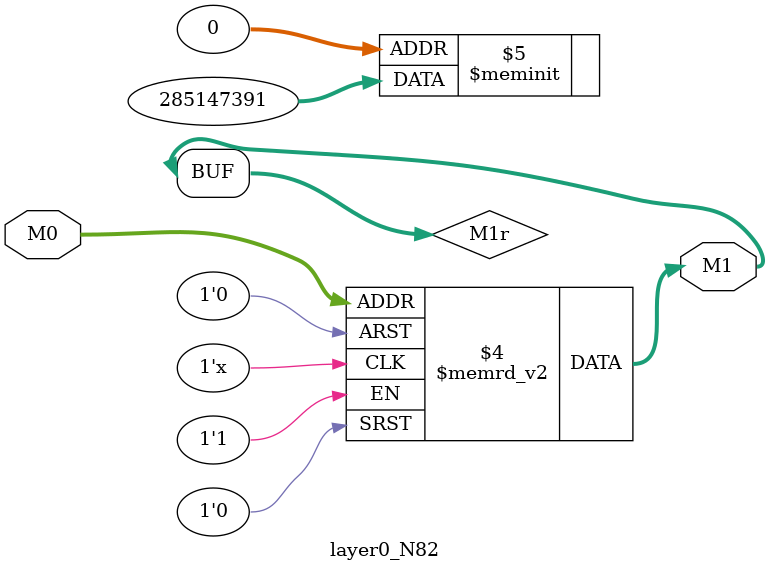
<source format=v>
module layer0_N82 ( input [3:0] M0, output [1:0] M1 );

	(*rom_style = "distributed" *) reg [1:0] M1r;
	assign M1 = M1r;
	always @ (M0) begin
		case (M0)
			4'b0000: M1r = 2'b11;
			4'b1000: M1r = 2'b11;
			4'b0100: M1r = 2'b00;
			4'b1100: M1r = 2'b00;
			4'b0010: M1r = 2'b11;
			4'b1010: M1r = 2'b11;
			4'b0110: M1r = 2'b00;
			4'b1110: M1r = 2'b01;
			4'b0001: M1r = 2'b11;
			4'b1001: M1r = 2'b11;
			4'b0101: M1r = 2'b00;
			4'b1101: M1r = 2'b00;
			4'b0011: M1r = 2'b11;
			4'b1011: M1r = 2'b11;
			4'b0111: M1r = 2'b00;
			4'b1111: M1r = 2'b00;

		endcase
	end
endmodule

</source>
